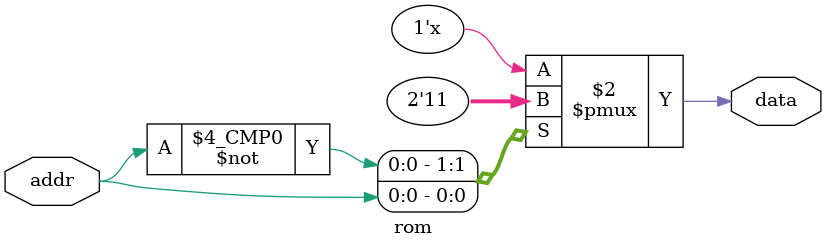
<source format=sv>
module rom(
  input logic addr,
  output logic data
);
  always_comb begin
    case (addr)
      1'b0: data = 1'b1;
      1'b1: data = 1'b1;
    endcase
  end
endmodule
</source>
